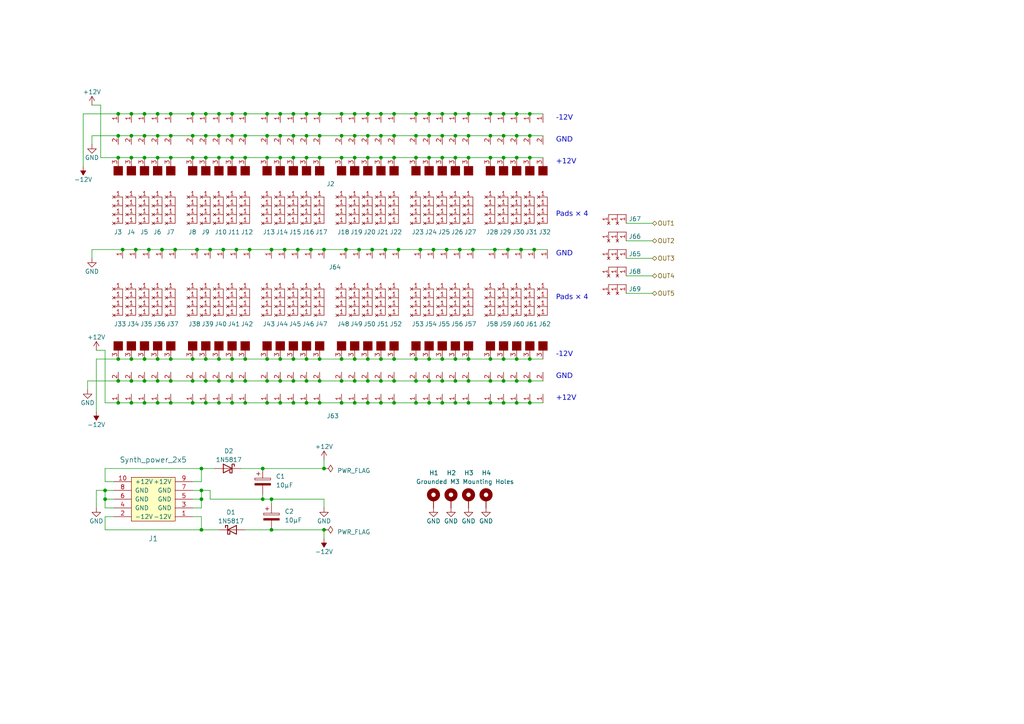
<source format=kicad_sch>
(kicad_sch (version 20230121) (generator eeschema)
  (paper "A4")
  (junction (at 88.9 116.84))
  (junction (at 99.06 116.84))
  (junction (at 107.95 72.39))
  (junction (at 149.86 33.02))
  (junction (at 45.72 45.72))
  (junction (at 60.96 72.39))
  (junction (at 41.91 104.14))
  (junction (at 110.49 110.49))
  (junction (at 92.71 45.72))
  (junction (at 81.28 39.37))
  (junction (at 63.5 110.49))
  (junction (at 41.91 45.72))
  (junction (at 71.12 116.84))
  (junction (at 102.87 39.37))
  (junction (at 146.05 39.37))
  (junction (at 129.54 72.39))
  (junction (at 124.46 45.72))
  (junction (at 106.68 116.84))
  (junction (at 39.37 72.39))
  (junction (at 78.74 153.67))
  (junction (at 85.09 39.37))
  (junction (at 67.31 110.49))
  (junction (at 110.49 45.72))
  (junction (at 63.5 116.84))
  (junction (at 59.69 110.49))
  (junction (at 92.71 39.37))
  (junction (at 100.33 72.39))
  (junction (at 50.8 72.39))
  (junction (at 43.18 72.39))
  (junction (at 102.87 116.84))
  (junction (at 41.91 110.49))
  (junction (at 110.49 116.84))
  (junction (at 102.87 104.14))
  (junction (at 146.05 116.84))
  (junction (at 151.13 72.39))
  (junction (at 149.86 39.37))
  (junction (at 76.2 135.89))
  (junction (at 45.72 33.02))
  (junction (at 124.46 104.14))
  (junction (at 90.17 72.39))
  (junction (at 149.86 104.14))
  (junction (at 132.08 33.02))
  (junction (at 55.88 104.14))
  (junction (at 58.42 135.89))
  (junction (at 92.71 33.02))
  (junction (at 106.68 110.49))
  (junction (at 59.69 104.14))
  (junction (at 58.42 142.24))
  (junction (at 88.9 45.72))
  (junction (at 38.1 33.02))
  (junction (at 45.72 110.49))
  (junction (at 128.27 45.72))
  (junction (at 128.27 33.02))
  (junction (at 142.24 39.37))
  (junction (at 104.14 72.39))
  (junction (at 59.69 45.72))
  (junction (at 99.06 110.49))
  (junction (at 88.9 110.49))
  (junction (at 120.65 116.84))
  (junction (at 132.08 45.72))
  (junction (at 92.71 116.84))
  (junction (at 124.46 110.49))
  (junction (at 135.89 104.14))
  (junction (at 63.5 45.72))
  (junction (at 88.9 33.02))
  (junction (at 57.15 72.39))
  (junction (at 110.49 33.02))
  (junction (at 153.67 33.02))
  (junction (at 46.99 72.39))
  (junction (at 30.48 144.78))
  (junction (at 99.06 104.14))
  (junction (at 55.88 39.37))
  (junction (at 106.68 33.02))
  (junction (at 102.87 45.72))
  (junction (at 149.86 116.84))
  (junction (at 71.12 110.49))
  (junction (at 120.65 39.37))
  (junction (at 77.47 39.37))
  (junction (at 106.68 45.72))
  (junction (at 38.1 104.14))
  (junction (at 135.89 45.72))
  (junction (at 76.2 144.78))
  (junction (at 146.05 110.49))
  (junction (at 135.89 33.02))
  (junction (at 34.29 104.14))
  (junction (at 38.1 39.37))
  (junction (at 102.87 110.49))
  (junction (at 153.67 110.49))
  (junction (at 146.05 33.02))
  (junction (at 45.72 39.37))
  (junction (at 63.5 39.37))
  (junction (at 55.88 45.72))
  (junction (at 153.67 116.84))
  (junction (at 153.67 39.37))
  (junction (at 120.65 110.49))
  (junction (at 81.28 33.02))
  (junction (at 121.92 72.39))
  (junction (at 77.47 45.72))
  (junction (at 77.47 104.14))
  (junction (at 106.68 39.37))
  (junction (at 114.3 104.14))
  (junction (at 92.71 110.49))
  (junction (at 55.88 33.02))
  (junction (at 85.09 45.72))
  (junction (at 55.88 116.84))
  (junction (at 64.77 72.39))
  (junction (at 67.31 116.84))
  (junction (at 30.48 142.24))
  (junction (at 78.74 72.39))
  (junction (at 63.5 104.14))
  (junction (at 49.53 45.72))
  (junction (at 49.53 33.02))
  (junction (at 128.27 39.37))
  (junction (at 85.09 110.49))
  (junction (at 99.06 33.02))
  (junction (at 93.98 72.39))
  (junction (at 85.09 104.14))
  (junction (at 38.1 45.72))
  (junction (at 34.29 39.37))
  (junction (at 49.53 110.49))
  (junction (at 86.36 72.39))
  (junction (at 135.89 110.49))
  (junction (at 58.42 153.67))
  (junction (at 45.72 104.14))
  (junction (at 124.46 116.84))
  (junction (at 146.05 45.72))
  (junction (at 132.08 39.37))
  (junction (at 146.05 104.14))
  (junction (at 81.28 45.72))
  (junction (at 110.49 104.14))
  (junction (at 102.87 33.02))
  (junction (at 93.98 135.89))
  (junction (at 153.67 104.14))
  (junction (at 111.76 72.39))
  (junction (at 34.29 33.02))
  (junction (at 132.08 110.49))
  (junction (at 128.27 110.49))
  (junction (at 34.29 116.84))
  (junction (at 77.47 33.02))
  (junction (at 99.06 39.37))
  (junction (at 99.06 45.72))
  (junction (at 71.12 104.14))
  (junction (at 128.27 116.84))
  (junction (at 124.46 39.37))
  (junction (at 34.29 45.72))
  (junction (at 41.91 116.84))
  (junction (at 135.89 116.84))
  (junction (at 132.08 104.14))
  (junction (at 41.91 33.02))
  (junction (at 67.31 45.72))
  (junction (at 142.24 116.84))
  (junction (at 71.12 45.72))
  (junction (at 120.65 45.72))
  (junction (at 45.72 116.84))
  (junction (at 149.86 110.49))
  (junction (at 38.1 116.84))
  (junction (at 67.31 33.02))
  (junction (at 114.3 33.02))
  (junction (at 124.46 33.02))
  (junction (at 81.28 104.14))
  (junction (at 137.16 72.39))
  (junction (at 142.24 110.49))
  (junction (at 135.89 39.37))
  (junction (at 59.69 33.02))
  (junction (at 114.3 45.72))
  (junction (at 49.53 104.14))
  (junction (at 120.65 33.02))
  (junction (at 81.28 116.84))
  (junction (at 71.12 33.02))
  (junction (at 154.94 72.39))
  (junction (at 149.86 45.72))
  (junction (at 114.3 39.37))
  (junction (at 38.1 110.49))
  (junction (at 59.69 39.37))
  (junction (at 93.98 153.67))
  (junction (at 77.47 116.84))
  (junction (at 68.58 72.39))
  (junction (at 153.67 45.72))
  (junction (at 132.08 116.84))
  (junction (at 72.39 72.39))
  (junction (at 82.55 72.39))
  (junction (at 41.91 39.37))
  (junction (at 110.49 39.37))
  (junction (at 77.47 110.49))
  (junction (at 85.09 116.84))
  (junction (at 114.3 116.84))
  (junction (at 63.5 33.02))
  (junction (at 147.32 72.39))
  (junction (at 133.35 72.39))
  (junction (at 142.24 45.72))
  (junction (at 49.53 116.84))
  (junction (at 81.28 110.49))
  (junction (at 67.31 104.14))
  (junction (at 49.53 39.37))
  (junction (at 55.88 110.49))
  (junction (at 88.9 39.37))
  (junction (at 71.12 39.37))
  (junction (at 142.24 33.02))
  (junction (at 92.71 104.14))
  (junction (at 120.65 104.14))
  (junction (at 67.31 39.37))
  (junction (at 142.24 104.14))
  (junction (at 78.74 144.78))
  (junction (at 34.29 110.49))
  (junction (at 114.3 110.49))
  (junction (at 115.57 72.39))
  (junction (at 35.56 72.39))
  (junction (at 143.51 72.39))
  (junction (at 125.73 72.39))
  (junction (at 88.9 104.14))
  (junction (at 85.09 33.02))
  (junction (at 128.27 104.14))
  (junction (at 58.42 144.78))
  (junction (at 59.69 116.84))
  (junction (at 106.68 104.14))
  (wire (pts (xy 99.06 104.14) (xy 92.71 104.14)))
  (wire (pts (xy 124.46 45.72) (xy 128.27 45.72)))
  (wire (pts (xy 88.9 110.49) (xy 92.71 110.49)))
  (wire (pts (xy 55.88 110.49) (xy 59.69 110.49)))
  (wire (pts (xy 135.89 33.02) (xy 142.24 33.02)))
  (wire (pts (xy 63.5 110.49) (xy 67.31 110.49)))
  (wire (pts (xy 41.91 39.37) (xy 45.72 39.37)))
  (wire (pts (xy 69.85 135.89) (xy 76.2 135.89)))
  (wire (pts (xy 99.06 39.37) (xy 102.87 39.37)))
  (wire (pts (xy 77.47 104.14) (xy 71.12 104.14)))
  (wire (pts (xy 63.5 39.37) (xy 67.31 39.37)))
  (wire (pts (xy 38.1 39.37) (xy 41.91 39.37)))
  (wire (pts (xy 121.92 72.39) (xy 115.57 72.39)))
  (wire (pts (xy 181.61 85.09) (xy 189.23 85.09)))
  (wire (pts (xy 120.65 45.72) (xy 124.46 45.72)))
  (wire (pts (xy 135.89 116.84) (xy 132.08 116.84)))
  (wire (pts (xy 132.08 39.37) (xy 135.89 39.37)))
  (wire (pts (xy 50.8 72.39) (xy 46.99 72.39)))
  (wire (pts (xy 124.46 104.14) (xy 120.65 104.14)))
  (wire (pts (xy 106.68 33.02) (xy 110.49 33.02)))
  (wire (pts (xy 114.3 104.14) (xy 110.49 104.14)))
  (wire (pts (xy 128.27 45.72) (xy 132.08 45.72)))
  (wire (pts (xy 55.88 139.7) (xy 58.42 139.7)))
  (wire (pts (xy 110.49 110.49) (xy 114.3 110.49)))
  (wire (pts (xy 49.53 104.14) (xy 45.72 104.14)))
  (wire (pts (xy 149.86 110.49) (xy 153.67 110.49)))
  (wire (pts (xy 110.49 116.84) (xy 106.68 116.84)))
  (wire (pts (xy 77.47 116.84) (xy 71.12 116.84)))
  (wire (pts (xy 142.24 116.84) (xy 135.89 116.84)))
  (wire (pts (xy 120.65 110.49) (xy 124.46 110.49)))
  (wire (pts (xy 146.05 33.02) (xy 149.86 33.02)))
  (wire (pts (xy 33.02 149.86) (xy 30.48 149.86)))
  (wire (pts (xy 132.08 104.14) (xy 128.27 104.14)))
  (wire (pts (xy 93.98 135.89) (xy 76.2 135.89)))
  (wire (pts (xy 92.71 110.49) (xy 99.06 110.49)))
  (wire (pts (xy 81.28 39.37) (xy 85.09 39.37)))
  (wire (pts (xy 85.09 45.72) (xy 88.9 45.72)))
  (wire (pts (xy 45.72 39.37) (xy 49.53 39.37)))
  (wire (pts (xy 88.9 45.72) (xy 92.71 45.72)))
  (wire (pts (xy 153.67 104.14) (xy 149.86 104.14)))
  (wire (pts (xy 59.69 104.14) (xy 55.88 104.14)))
  (wire (pts (xy 24.13 48.26) (xy 24.13 33.02)))
  (wire (pts (xy 30.48 144.78) (xy 33.02 144.78)))
  (wire (pts (xy 158.75 72.39) (xy 154.94 72.39)))
  (wire (pts (xy 86.36 72.39) (xy 82.55 72.39)))
  (wire (pts (xy 71.12 116.84) (xy 67.31 116.84)))
  (wire (pts (xy 81.28 45.72) (xy 85.09 45.72)))
  (wire (pts (xy 45.72 110.49) (xy 49.53 110.49)))
  (wire (pts (xy 135.89 39.37) (xy 142.24 39.37)))
  (wire (pts (xy 92.71 33.02) (xy 99.06 33.02)))
  (wire (pts (xy 71.12 153.67) (xy 78.74 153.67)))
  (wire (pts (xy 114.3 33.02) (xy 120.65 33.02)))
  (wire (pts (xy 67.31 33.02) (xy 71.12 33.02)))
  (wire (pts (xy 46.99 72.39) (xy 43.18 72.39)))
  (wire (pts (xy 55.88 116.84) (xy 49.53 116.84)))
  (wire (pts (xy 34.29 110.49) (xy 38.1 110.49)))
  (wire (pts (xy 71.12 33.02) (xy 77.47 33.02)))
  (wire (pts (xy 102.87 116.84) (xy 99.06 116.84)))
  (wire (pts (xy 59.69 39.37) (xy 63.5 39.37)))
  (wire (pts (xy 34.29 104.14) (xy 38.1 104.14)))
  (wire (pts (xy 30.48 149.86) (xy 30.48 153.67)))
  (wire (pts (xy 30.48 144.78) (xy 30.48 147.32)))
  (wire (pts (xy 25.4 113.03) (xy 25.4 110.49)))
  (wire (pts (xy 41.91 45.72) (xy 45.72 45.72)))
  (wire (pts (xy 142.24 33.02) (xy 146.05 33.02)))
  (wire (pts (xy 67.31 116.84) (xy 63.5 116.84)))
  (wire (pts (xy 78.74 144.78) (xy 93.98 144.78)))
  (wire (pts (xy 71.12 104.14) (xy 67.31 104.14)))
  (wire (pts (xy 146.05 39.37) (xy 149.86 39.37)))
  (wire (pts (xy 60.96 144.78) (xy 76.2 144.78)))
  (wire (pts (xy 63.5 33.02) (xy 67.31 33.02)))
  (wire (pts (xy 149.86 104.14) (xy 146.05 104.14)))
  (wire (pts (xy 99.06 110.49) (xy 102.87 110.49)))
  (wire (pts (xy 30.48 139.7) (xy 30.48 135.89)))
  (wire (pts (xy 93.98 156.21) (xy 93.98 153.67)))
  (wire (pts (xy 68.58 72.39) (xy 64.77 72.39)))
  (wire (pts (xy 81.28 110.49) (xy 85.09 110.49)))
  (wire (pts (xy 55.88 33.02) (xy 59.69 33.02)))
  (wire (pts (xy 114.3 45.72) (xy 120.65 45.72)))
  (wire (pts (xy 132.08 33.02) (xy 135.89 33.02)))
  (wire (pts (xy 102.87 39.37) (xy 106.68 39.37)))
  (wire (pts (xy 128.27 33.02) (xy 132.08 33.02)))
  (wire (pts (xy 102.87 104.14) (xy 99.06 104.14)))
  (wire (pts (xy 41.91 116.84) (xy 38.1 116.84)))
  (wire (pts (xy 153.67 39.37) (xy 157.48 39.37)))
  (wire (pts (xy 102.87 45.72) (xy 106.68 45.72)))
  (wire (pts (xy 58.42 135.89) (xy 58.42 139.7)))
  (wire (pts (xy 67.31 104.14) (xy 63.5 104.14)))
  (wire (pts (xy 110.49 104.14) (xy 106.68 104.14)))
  (wire (pts (xy 93.98 133.35) (xy 93.98 135.89)))
  (wire (pts (xy 142.24 45.72) (xy 146.05 45.72)))
  (wire (pts (xy 59.69 110.49) (xy 63.5 110.49)))
  (wire (pts (xy 26.67 41.91) (xy 26.67 39.37)))
  (wire (pts (xy 181.61 69.85) (xy 189.23 69.85)))
  (wire (pts (xy 154.94 72.39) (xy 151.13 72.39)))
  (wire (pts (xy 88.9 33.02) (xy 92.71 33.02)))
  (wire (pts (xy 114.3 116.84) (xy 110.49 116.84)))
  (wire (pts (xy 24.13 33.02) (xy 34.29 33.02)))
  (wire (pts (xy 92.71 45.72) (xy 99.06 45.72)))
  (wire (pts (xy 135.89 110.49) (xy 142.24 110.49)))
  (wire (pts (xy 59.69 116.84) (xy 55.88 116.84)))
  (wire (pts (xy 111.76 72.39) (xy 107.95 72.39)))
  (wire (pts (xy 100.33 72.39) (xy 93.98 72.39)))
  (wire (pts (xy 149.86 33.02) (xy 153.67 33.02)))
  (wire (pts (xy 30.48 135.89) (xy 58.42 135.89)))
  (wire (pts (xy 58.42 153.67) (xy 58.42 149.86)))
  (wire (pts (xy 124.46 116.84) (xy 120.65 116.84)))
  (wire (pts (xy 99.06 116.84) (xy 92.71 116.84)))
  (wire (pts (xy 120.65 116.84) (xy 114.3 116.84)))
  (wire (pts (xy 115.57 72.39) (xy 111.76 72.39)))
  (wire (pts (xy 120.65 39.37) (xy 124.46 39.37)))
  (wire (pts (xy 88.9 116.84) (xy 85.09 116.84)))
  (wire (pts (xy 34.29 33.02) (xy 38.1 33.02)))
  (wire (pts (xy 78.74 72.39) (xy 72.39 72.39)))
  (wire (pts (xy 106.68 104.14) (xy 102.87 104.14)))
  (wire (pts (xy 26.67 72.39) (xy 26.67 74.93)))
  (wire (pts (xy 106.68 39.37) (xy 110.49 39.37)))
  (wire (pts (xy 67.31 110.49) (xy 71.12 110.49)))
  (wire (pts (xy 67.31 45.72) (xy 71.12 45.72)))
  (wire (pts (xy 85.09 110.49) (xy 88.9 110.49)))
  (wire (pts (xy 110.49 33.02) (xy 114.3 33.02)))
  (wire (pts (xy 114.3 110.49) (xy 120.65 110.49)))
  (wire (pts (xy 77.47 33.02) (xy 81.28 33.02)))
  (wire (pts (xy 76.2 144.78) (xy 78.74 144.78)))
  (wire (pts (xy 82.55 72.39) (xy 78.74 72.39)))
  (wire (pts (xy 49.53 116.84) (xy 45.72 116.84)))
  (wire (pts (xy 43.18 72.39) (xy 39.37 72.39)))
  (wire (pts (xy 55.88 104.14) (xy 49.53 104.14)))
  (wire (pts (xy 55.88 45.72) (xy 59.69 45.72)))
  (wire (pts (xy 30.48 116.84) (xy 34.29 116.84)))
  (wire (pts (xy 88.9 39.37) (xy 92.71 39.37)))
  (wire (pts (xy 92.71 104.14) (xy 88.9 104.14)))
  (wire (pts (xy 60.96 72.39) (xy 57.15 72.39)))
  (wire (pts (xy 146.05 45.72) (xy 149.86 45.72)))
  (wire (pts (xy 128.27 104.14) (xy 124.46 104.14)))
  (wire (pts (xy 129.54 72.39) (xy 125.73 72.39)))
  (wire (pts (xy 120.65 33.02) (xy 124.46 33.02)))
  (wire (pts (xy 153.67 110.49) (xy 157.48 110.49)))
  (wire (pts (xy 81.28 33.02) (xy 85.09 33.02)))
  (wire (pts (xy 78.74 153.67) (xy 93.98 153.67)))
  (wire (pts (xy 124.46 110.49) (xy 128.27 110.49)))
  (wire (pts (xy 106.68 110.49) (xy 110.49 110.49)))
  (wire (pts (xy 34.29 45.72) (xy 38.1 45.72)))
  (wire (pts (xy 85.09 39.37) (xy 88.9 39.37)))
  (wire (pts (xy 63.5 104.14) (xy 59.69 104.14)))
  (wire (pts (xy 110.49 45.72) (xy 114.3 45.72)))
  (wire (pts (xy 26.67 39.37) (xy 34.29 39.37)))
  (wire (pts (xy 153.67 45.72) (xy 157.48 45.72)))
  (wire (pts (xy 63.5 45.72) (xy 67.31 45.72)))
  (wire (pts (xy 146.05 110.49) (xy 149.86 110.49)))
  (wire (pts (xy 147.32 72.39) (xy 143.51 72.39)))
  (wire (pts (xy 78.74 146.05) (xy 78.74 144.78)))
  (wire (pts (xy 128.27 116.84) (xy 124.46 116.84)))
  (wire (pts (xy 55.88 149.86) (xy 58.42 149.86)))
  (wire (pts (xy 35.56 72.39) (xy 26.67 72.39)))
  (wire (pts (xy 124.46 33.02) (xy 128.27 33.02)))
  (wire (pts (xy 128.27 39.37) (xy 132.08 39.37)))
  (wire (pts (xy 59.69 45.72) (xy 63.5 45.72)))
  (wire (pts (xy 30.48 142.24) (xy 30.48 144.78)))
  (wire (pts (xy 25.4 110.49) (xy 34.29 110.49)))
  (wire (pts (xy 58.42 135.89) (xy 62.23 135.89)))
  (wire (pts (xy 157.48 104.14) (xy 153.67 104.14)))
  (wire (pts (xy 142.24 39.37) (xy 146.05 39.37)))
  (wire (pts (xy 142.24 110.49) (xy 146.05 110.49)))
  (wire (pts (xy 81.28 104.14) (xy 77.47 104.14)))
  (wire (pts (xy 92.71 39.37) (xy 99.06 39.37)))
  (wire (pts (xy 45.72 104.14) (xy 41.91 104.14)))
  (wire (pts (xy 29.21 30.48) (xy 29.21 45.72)))
  (wire (pts (xy 106.68 116.84) (xy 102.87 116.84)))
  (wire (pts (xy 67.31 39.37) (xy 71.12 39.37)))
  (wire (pts (xy 110.49 39.37) (xy 114.3 39.37)))
  (wire (pts (xy 64.77 72.39) (xy 60.96 72.39)))
  (wire (pts (xy 33.02 139.7) (xy 30.48 139.7)))
  (wire (pts (xy 77.47 110.49) (xy 81.28 110.49)))
  (wire (pts (xy 41.91 33.02) (xy 45.72 33.02)))
  (wire (pts (xy 71.12 110.49) (xy 77.47 110.49)))
  (wire (pts (xy 27.94 142.24) (xy 30.48 142.24)))
  (wire (pts (xy 181.61 80.01) (xy 189.23 80.01)))
  (wire (pts (xy 59.69 33.02) (xy 63.5 33.02)))
  (wire (pts (xy 27.94 104.14) (xy 34.29 104.14)))
  (wire (pts (xy 133.35 72.39) (xy 129.54 72.39)))
  (wire (pts (xy 93.98 72.39) (xy 90.17 72.39)))
  (wire (pts (xy 55.88 144.78) (xy 58.42 144.78)))
  (wire (pts (xy 77.47 45.72) (xy 81.28 45.72)))
  (wire (pts (xy 102.87 33.02) (xy 106.68 33.02)))
  (wire (pts (xy 120.65 104.14) (xy 114.3 104.14)))
  (wire (pts (xy 114.3 39.37) (xy 120.65 39.37)))
  (wire (pts (xy 71.12 39.37) (xy 77.47 39.37)))
  (wire (pts (xy 93.98 144.78) (xy 93.98 147.32)))
  (wire (pts (xy 38.1 110.49) (xy 41.91 110.49)))
  (wire (pts (xy 153.67 33.02) (xy 157.48 33.02)))
  (wire (pts (xy 85.09 33.02) (xy 88.9 33.02)))
  (wire (pts (xy 27.94 101.6) (xy 30.48 101.6)))
  (wire (pts (xy 106.68 45.72) (xy 110.49 45.72)))
  (wire (pts (xy 132.08 45.72) (xy 135.89 45.72)))
  (wire (pts (xy 27.94 142.24) (xy 27.94 147.32)))
  (wire (pts (xy 49.53 45.72) (xy 55.88 45.72)))
  (wire (pts (xy 30.48 142.24) (xy 33.02 142.24)))
  (wire (pts (xy 55.88 39.37) (xy 59.69 39.37)))
  (wire (pts (xy 143.51 72.39) (xy 137.16 72.39)))
  (wire (pts (xy 60.96 144.78) (xy 60.96 142.24)))
  (wire (pts (xy 77.47 39.37) (xy 81.28 39.37)))
  (wire (pts (xy 157.48 116.84) (xy 153.67 116.84)))
  (wire (pts (xy 26.67 30.48) (xy 29.21 30.48)))
  (wire (pts (xy 49.53 33.02) (xy 55.88 33.02)))
  (wire (pts (xy 181.61 64.77) (xy 189.23 64.77)))
  (wire (pts (xy 39.37 72.39) (xy 35.56 72.39)))
  (wire (pts (xy 132.08 110.49) (xy 135.89 110.49)))
  (wire (pts (xy 81.28 116.84) (xy 77.47 116.84)))
  (wire (pts (xy 149.86 116.84) (xy 146.05 116.84)))
  (wire (pts (xy 30.48 153.67) (xy 58.42 153.67)))
  (wire (pts (xy 60.96 142.24) (xy 58.42 142.24)))
  (wire (pts (xy 85.09 116.84) (xy 81.28 116.84)))
  (wire (pts (xy 29.21 45.72) (xy 34.29 45.72)))
  (wire (pts (xy 27.94 119.38) (xy 27.94 104.14)))
  (wire (pts (xy 135.89 104.14) (xy 132.08 104.14)))
  (wire (pts (xy 151.13 72.39) (xy 147.32 72.39)))
  (wire (pts (xy 38.1 45.72) (xy 41.91 45.72)))
  (wire (pts (xy 41.91 104.14) (xy 38.1 104.14)))
  (wire (pts (xy 124.46 39.37) (xy 128.27 39.37)))
  (wire (pts (xy 49.53 110.49) (xy 55.88 110.49)))
  (wire (pts (xy 135.89 45.72) (xy 142.24 45.72)))
  (wire (pts (xy 149.86 45.72) (xy 153.67 45.72)))
  (wire (pts (xy 104.14 72.39) (xy 100.33 72.39)))
  (wire (pts (xy 30.48 147.32) (xy 33.02 147.32)))
  (wire (pts (xy 58.42 144.78) (xy 58.42 147.32)))
  (wire (pts (xy 58.42 153.67) (xy 63.5 153.67)))
  (wire (pts (xy 57.15 72.39) (xy 50.8 72.39)))
  (wire (pts (xy 146.05 116.84) (xy 142.24 116.84)))
  (wire (pts (xy 72.39 72.39) (xy 68.58 72.39)))
  (wire (pts (xy 137.16 72.39) (xy 133.35 72.39)))
  (wire (pts (xy 38.1 33.02) (xy 41.91 33.02)))
  (wire (pts (xy 45.72 45.72) (xy 49.53 45.72)))
  (wire (pts (xy 128.27 110.49) (xy 132.08 110.49)))
  (wire (pts (xy 45.72 33.02) (xy 49.53 33.02)))
  (wire (pts (xy 55.88 147.32) (xy 58.42 147.32)))
  (wire (pts (xy 142.24 104.14) (xy 135.89 104.14)))
  (wire (pts (xy 99.06 45.72) (xy 102.87 45.72)))
  (wire (pts (xy 41.91 110.49) (xy 45.72 110.49)))
  (wire (pts (xy 149.86 39.37) (xy 153.67 39.37)))
  (wire (pts (xy 30.48 101.6) (xy 30.48 116.84)))
  (wire (pts (xy 55.88 142.24) (xy 58.42 142.24)))
  (wire (pts (xy 71.12 45.72) (xy 77.47 45.72)))
  (wire (pts (xy 146.05 104.14) (xy 142.24 104.14)))
  (wire (pts (xy 90.17 72.39) (xy 86.36 72.39)))
  (wire (pts (xy 38.1 116.84) (xy 34.29 116.84)))
  (wire (pts (xy 132.08 116.84) (xy 128.27 116.84)))
  (wire (pts (xy 181.61 74.93) (xy 189.23 74.93)))
  (wire (pts (xy 88.9 104.14) (xy 85.09 104.14)))
  (wire (pts (xy 125.73 72.39) (xy 121.92 72.39)))
  (wire (pts (xy 107.95 72.39) (xy 104.14 72.39)))
  (wire (pts (xy 153.67 116.84) (xy 149.86 116.84)))
  (wire (pts (xy 99.06 33.02) (xy 102.87 33.02)))
  (wire (pts (xy 76.2 143.51) (xy 76.2 144.78)))
  (wire (pts (xy 92.71 116.84) (xy 88.9 116.84)))
  (wire (pts (xy 49.53 39.37) (xy 55.88 39.37)))
  (wire (pts (xy 63.5 116.84) (xy 59.69 116.84)))
  (wire (pts (xy 58.42 142.24) (xy 58.42 144.78)))
  (wire (pts (xy 45.72 116.84) (xy 41.91 116.84)))
  (wire (pts (xy 34.29 39.37) (xy 38.1 39.37)))
  (wire (pts (xy 102.87 110.49) (xy 106.68 110.49)))
  (wire (pts (xy 85.09 104.14) (xy 81.28 104.14)))
  (text "Pads × 4" (at 161.29 63.5 0) (effects (font (size 1.5 1.5)) (justify left bottom)))
  (text "-12V" (at 161.29 35.56 0) (effects (font (size 1.5 1.5)) (justify left bottom)))
  (text "GND" (at 161.29 110.49 0) (effects (font (size 1.5 1.5)) (justify left bottom)))
  (text "+12V" (at 161.29 116.84 0) (effects (font (size 1.5 1.5)) (justify left bottom)))
  (text "+12V" (at 161.29 48.26 0) (effects (font (size 1.5 1.5)) (justify left bottom)))
  (text "GND" (at 161.29 74.93 0) (effects (font (size 1.5 1.5)) (justify left bottom)))
  (text "GND" (at 161.29 41.91 0) (effects (font (size 1.5 1.5)) (justify left bottom)))
  (text "-12V" (at 161.29 104.14 0) (effects (font (size 1.5 1.5)) (justify left bottom)))
  (text "Pads × 4" (at 161.29 87.63 0) (effects (font (size 1.5 1.5)) (justify left bottom)))
  (hierarchical_label "OUT1" (shape bidirectional) (at 189.23 64.77 0))
  (hierarchical_label "OUT3" (shape bidirectional) (at 189.23 74.93 0))
  (hierarchical_label "OUT2" (shape bidirectional) (at 189.23 69.85 0))
  (hierarchical_label "OUT5" (shape bidirectional) (at 189.23 85.09 0))
  (hierarchical_label "OUT4" (shape bidirectional) (at 189.23 80.01 0))
  (symbol (lib_id "Synth-Protoboard:Connectable_Pad_Group_01x04") (at 132.08 55.88 0) (unit 1) (in_bom no)
    (property "Reference" "J26" (at 130.81 67.31 0) (effects (justify left)))
    (property "Value" "Connectable_Pad_Group_01x04" (effects hide))
    (property "Footprint" "Synth-Protoboard:Connectable_Pad_Group_01x04" (effects hide))
    (instances (project "Synth-Protoboard" (path "" (reference "J26") (unit 1)) (path "" (reference "J51") (unit 1)) (path "" (reference "J120") (unit 1))))
  )
  (symbol (lib_id "Synth-Protoboard:Connectable_Pad_Group_01x04") (at 102.87 55.88 0) (unit 1) (in_bom no)
    (property "Reference" "J19" (at 101.6 67.31 0) (effects (justify left)))
    (property "Value" "Connectable_Pad_Group_01x04" (effects hide))
    (property "Footprint" "Synth-Protoboard:Connectable_Pad_Group_01x04" (effects hide))
    (instances (project "Synth-Protoboard" (path "" (reference "J19") (unit 1)) (path "" (reference "J37") (unit 1)) (path "" (reference "J106") (unit 1))))
  )
  (symbol (lib_id "Synth-Protoboard:Connectable_Pad_Group_01x04") (at 157.48 55.88 0) (unit 1) (in_bom no)
    (property "Reference" "J32" (at 156.21 67.31 0) (effects (justify left)))
    (property "Value" "Connectable_Pad_Group_01x04" (effects hide))
    (property "Footprint" "Synth-Protoboard:Connectable_Pad_Group_01x04" (effects hide))
    (instances (project "Synth-Protoboard" (path "" (reference "J32") (unit 1)) (path "" (reference "J63") (unit 1)) (path "" (reference "J132") (unit 1))))
  )
  (symbol (lib_id "Device:C_Polarized") (at 76.2 139.7 0) (unit 1)
    (property "Reference" "C1" (at 80.01 138.176 0) (effects (justify left)))
    (property "Value" "10µF" (at 80.01 140.716 0) (effects (justify left)))
    (property "Footprint" "AriaSalvatrice:CP_Radial_D6.3mm_P2.50mm" (effects hide))
    (instances (project "Synth-Protoboard" (path "" (reference "C1") (unit 1)) (path "" (reference "C1") (unit 1)) (path "" (reference "C3") (unit 1))))
  )
  (symbol (lib_id "Synth-Protoboard:Connectable_Pad_Group_01x04") (at 34.29 55.88 0) (unit 1) (in_bom no)
    (property "Reference" "J3" (at 33.02 67.31 0) (effects (justify left)))
    (property "Value" "Connectable_Pad_Group_01x04" (effects hide))
    (property "Footprint" "Synth-Protoboard:Connectable_Pad_Group_01x04" (effects hide))
    (instances (project "Synth-Protoboard" (path "" (reference "J3") (unit 1)) (path "" (reference "J2") (unit 1)) (path "" (reference "J71") (unit 1))))
  )
  (symbol (lib_id "Mechanical:MountingHole_Pad") (at 125.73 144.78 0) (unit 1)
    (property "Reference" "H1" (at 124.46 137.16 0) (effects (justify left)))
    (property "Value" "Grounded M3 Mounting Holes" (at 120.65 139.7 0) (effects (justify left)))
    (property "Footprint" "MountingHole:MountingHole_3.2mm_M3_Pad_Via" (effects hide))
    (instances (project "Synth-Protoboard" (path "" (reference "H1") (unit 1)) (path "" (reference "H1") (unit 1)) (path "" (reference "H5") (unit 1))))
  )
  (symbol (lib_id "power:GND") (at 25.4 113.03 0) (unit 1)
    (property "Reference" "#PWR012" (effects hide))
    (property "Value" "GND" (at 25.4 116.84 0))
    (instances (project "Synth-Protoboard" (path "" (reference "#PWR012") (unit 1)) (path "" (reference "#PWR02") (unit 1)) (path "" (reference "#PWR017") (unit 1))))
  )
  (symbol (lib_id "power:+12V") (at 27.94 101.6 0) (unit 1)
    (property "Reference" "#PWR011" (effects hide))
    (property "Value" "+12V" (at 27.94 97.79 0))
    (instances (project "Synth-Protoboard" (path "" (reference "#PWR011") (unit 1)) (path "" (reference "#PWR06") (unit 1)) (path "" (reference "#PWR021") (unit 1))))
  )
  (symbol (lib_id "power:+12V") (at 93.98 133.35 0) (unit 1)
    (property "Reference" "#PWR03" (effects hide))
    (property "Value" "+12V" (at 93.98 129.54 0))
    (instances (project "Synth-Protoboard" (path "" (reference "#PWR03") (unit 1)) (path "" (reference "#PWR09") (unit 1)) (path "" (reference "#PWR024") (unit 1))))
  )
  (symbol (lib_id "Synth-Protoboard:Connectable_Pad_Group_01x04") (at 59.69 55.88 0) (unit 1) (in_bom no)
    (property "Reference" "J9" (at 58.42 67.31 0) (effects (justify left)))
    (property "Value" "Connectable_Pad_Group_01x04" (effects hide))
    (property "Footprint" "Synth-Protoboard:Connectable_Pad_Group_01x04" (effects hide))
    (instances (project "Synth-Protoboard" (path "" (reference "J9") (unit 1)) (path "" (reference "J17") (unit 1)) (path "" (reference "J86") (unit 1))))
  )
  (symbol (lib_id "Synth-Protoboard:Power_Rail_Bipolar_30") (at 34.29 31.75 0) (unit 1) (in_bom no)
    (property "Reference" "J2" (at 95.885 53.34 0))
    (property "Value" "Power_Rail_Bipolar_30" (effects hide))
    (property "Footprint" "Synth-Protoboard:Power_Rail_Bipolar_30" (effects hide))
    (instances (project "Synth-Protoboard" (path "" (reference "J2") (unit 1)) (path "" (reference "J1") (unit 1)) (path "" (reference "J70") (unit 1))))
  )
  (symbol (lib_id "Synth-Protoboard:Connectable_Pad_Group_01x04") (at 34.29 82.55 0) (unit 1) (in_bom no)
    (property "Reference" "J33" (at 33.02 93.98 0) (effects (justify left)))
    (property "Value" "Connectable_Pad_Group_01x04" (effects hide))
    (property "Footprint" "Synth-Protoboard:Connectable_Pad_Group_01x04" (effects hide))
    (instances (project "Synth-Protoboard" (path "" (reference "J33") (unit 1)) (path "" (reference "J3") (unit 1)) (path "" (reference "J72") (unit 1))))
  )
  (symbol (lib_id "power:GND") (at 125.73 147.32 0) (unit 1)
    (property "Reference" "#PWR05" (effects hide))
    (property "Value" "GND" (at 125.73 151.13 0))
    (instances (project "Synth-Protoboard" (path "" (reference "#PWR05") (unit 1)) (path "" (reference "#PWR012") (unit 1)) (path "" (reference "#PWR027") (unit 1))))
  )
  (symbol (lib_id "Device:C_Polarized") (at 78.74 149.86 0) (unit 1)
    (property "Reference" "C2" (at 82.55 148.336 0) (effects (justify left)))
    (property "Value" "10µF" (at 82.55 150.876 0) (effects (justify left)))
    (property "Footprint" "AriaSalvatrice:CP_Radial_D6.3mm_P2.50mm" (effects hide))
    (instances (project "Synth-Protoboard" (path "" (reference "C2") (unit 1)) (path "" (reference "C2") (unit 1)) (path "" (reference "C4") (unit 1))))
  )
  (symbol (lib_id "Synth-Protoboard:Connectable_Pad_Group_01x04") (at 128.27 55.88 0) (unit 1) (in_bom no)
    (property "Reference" "J25" (at 127 67.31 0) (effects (justify left)))
    (property "Value" "Connectable_Pad_Group_01x04" (effects hide))
    (property "Footprint" "Synth-Protoboard:Connectable_Pad_Group_01x04" (effects hide))
    (instances (project "Synth-Protoboard" (path "" (reference "J25") (unit 1)) (path "" (reference "J49") (unit 1)) (path "" (reference "J118") (unit 1))))
  )
  (symbol (lib_id "power:GND") (at 26.67 41.91 0) (unit 1)
    (property "Reference" "#PWR010" (effects hide))
    (property "Value" "GND" (at 26.67 45.72 0))
    (instances (project "Synth-Protoboard" (path "" (reference "#PWR010") (unit 1)) (path "" (reference "#PWR04") (unit 1)) (path "" (reference "#PWR019") (unit 1))))
  )
  (symbol (lib_id "Synth-Protoboard:Connectable_Pad_Group_01x04") (at 67.31 82.55 0) (unit 1) (in_bom no)
    (property "Reference" "J41" (at 66.04 93.98 0) (effects (justify left)))
    (property "Value" "Connectable_Pad_Group_01x04" (effects hide))
    (property "Footprint" "Synth-Protoboard:Connectable_Pad_Group_01x04" (effects hide))
    (instances (project "Synth-Protoboard" (path "" (reference "J41") (unit 1)) (path "" (reference "J22") (unit 1)) (path "" (reference "J91") (unit 1))))
  )
  (symbol (lib_id "Synth-Protoboard:Connectable_Pad_Group_01x03") (at 175.26 73.66 90) (unit 1) (in_bom no)
    (property "Reference" "J65" (at 184.15 73.66 90))
    (property "Value" "Connectable_Pad_Group_01x03" (effects hide))
    (property "Footprint" "Synth-Protoboard:Connectable_Pad_Group_01x03" (effects hide))
    (instances (project "Synth-Protoboard" (path "" (reference "J65") (unit 1)) (path "" (reference "J67") (unit 1)) (path "" (reference "J136") (unit 1))))
  )
  (symbol (lib_id "Synth-Protoboard:Connectable_Pad_Group_01x04") (at 45.72 82.55 0) (unit 1) (in_bom no)
    (property "Reference" "J36" (at 44.45 93.98 0) (effects (justify left)))
    (property "Value" "Connectable_Pad_Group_01x04" (effects hide))
    (property "Footprint" "Synth-Protoboard:Connectable_Pad_Group_01x04" (effects hide))
    (instances (project "Synth-Protoboard" (path "" (reference "J36") (unit 1)) (path "" (reference "J12") (unit 1)) (path "" (reference "J81") (unit 1))))
  )
  (symbol (lib_id "Synth-Protoboard:Connectable_Pad_Group_01x04") (at 114.3 55.88 0) (unit 1) (in_bom no)
    (property "Reference" "J22" (at 113.03 67.31 0) (effects (justify left)))
    (property "Value" "Connectable_Pad_Group_01x04" (effects hide))
    (property "Footprint" "Synth-Protoboard:Connectable_Pad_Group_01x04" (effects hide))
    (instances (project "Synth-Protoboard" (path "" (reference "J22") (unit 1)) (path "" (reference "J43") (unit 1)) (path "" (reference "J112") (unit 1))))
  )
  (symbol (lib_id "power:GND") (at 130.81 147.32 0) (unit 1)
    (property "Reference" "#PWR06" (effects hide))
    (property "Value" "GND" (at 130.81 151.13 0))
    (instances (project "Synth-Protoboard" (path "" (reference "#PWR06") (unit 1)) (path "" (reference "#PWR013") (unit 1)) (path "" (reference "#PWR028") (unit 1))))
  )
  (symbol (lib_id "Mechanical:MountingHole_Pad") (at 130.81 144.78 0) (unit 1)
    (property "Reference" "H2" (at 129.54 137.16 0) (effects (justify left)))
    (property "Value" "MountingHole_Pad" (effects hide))
    (property "Footprint" "MountingHole:MountingHole_3.2mm_M3_Pad_Via" (effects hide))
    (instances (project "Synth-Protoboard" (path "" (reference "H2") (unit 1)) (path "" (reference "H2") (unit 1)) (path "" (reference "H6") (unit 1))))
  )
  (symbol (lib_id "power:GND") (at 26.67 74.93 0) (unit 1)
    (property "Reference" "#PWR015" (effects hide))
    (property "Value" "GND" (at 26.67 78.74 0))
    (instances (project "Synth-Protoboard" (path "" (reference "#PWR015") (unit 1)) (path "" (reference "#PWR05") (unit 1)) (path "" (reference "#PWR020") (unit 1))))
  )
  (symbol (lib_id "Synth-Protoboard:Ground_Rail_30") (at 35.56 71.12 0) (unit 1) (in_bom no)
    (property "Reference" "J64" (at 97.155 77.47 0))
    (property "Value" "Ground_Rail_30" (effects hide))
    (property "Footprint" "Synth-Protoboard:Ground_Rail_Double_Size_30" (effects hide))
    (instances (project "Synth-Protoboard" (path "" (reference "J64") (unit 1)) (path "" (reference "J5") (unit 1)) (path "" (reference "J74") (unit 1))))
  )
  (symbol (lib_id "Synth-Protoboard:Connectable_Pad_Group_01x04") (at 124.46 55.88 0) (unit 1) (in_bom no)
    (property "Reference" "J24" (at 123.19 67.31 0) (effects (justify left)))
    (property "Value" "Connectable_Pad_Group_01x04" (effects hide))
    (property "Footprint" "Synth-Protoboard:Connectable_Pad_Group_01x04" (effects hide))
    (instances (project "Synth-Protoboard" (path "" (reference "J24") (unit 1)) (path "" (reference "J47") (unit 1)) (path "" (reference "J116") (unit 1))))
  )
  (symbol (lib_id "Synth-Protoboard:Connectable_Pad_Group_01x04") (at 85.09 55.88 0) (unit 1) (in_bom no)
    (property "Reference" "J15" (at 83.82 67.31 0) (effects (justify left)))
    (property "Value" "Connectable_Pad_Group_01x04" (effects hide))
    (property "Footprint" "Synth-Protoboard:Connectable_Pad_Group_01x04" (effects hide))
    (instances (project "Synth-Protoboard" (path "" (reference "J15") (unit 1)) (path "" (reference "J29") (unit 1)) (path "" (reference "J98") (unit 1))))
  )
  (symbol (lib_id "AO_symbols:Synth_power_2x5") (at 44.45 144.78 0) (unit 1)
    (property "Reference" "J1" (at 44.45 156.21 0) (effects (font (size 1.524 1.524))))
    (property "Value" "Synth_power_2x5" (at 44.45 133.35 0) (effects (font (size 1.524 1.524))))
    (property "Footprint" "AriaSalvatrice:Power_Header" (effects hide))
    (property "Vendor" "Tayda" (effects hide))
    (property "SKU" "A-2939" (effects hide))
    (instances (project "Synth-Protoboard" (path "" (reference "J1") (unit 1)) (path "" (reference "J10") (unit 1)) (path "" (reference "J79") (unit 1))))
  )
  (symbol (lib_id "Synth-Protoboard:Connectable_Pad_Group_01x04") (at 77.47 82.55 0) (unit 1) (in_bom no)
    (property "Reference" "J43" (at 76.2 93.98 0) (effects (justify left)))
    (property "Value" "Connectable_Pad_Group_01x04" (effects hide))
    (property "Footprint" "Synth-Protoboard:Connectable_Pad_Group_01x04" (effects hide))
    (instances (project "Synth-Protoboard" (path "" (reference "J43") (unit 1)) (path "" (reference "J26") (unit 1)) (path "" (reference "J95") (unit 1))))
  )
  (symbol (lib_id "Synth-Protoboard:Connectable_Pad_Group_01x04") (at 146.05 82.55 0) (unit 1) (in_bom no)
    (property "Reference" "J59" (at 144.78 93.98 0) (effects (justify left)))
    (property "Value" "Connectable_Pad_Group_01x04" (effects hide))
    (property "Footprint" "Synth-Protoboard:Connectable_Pad_Group_01x04" (effects hide))
    (instances (project "Synth-Protoboard" (path "" (reference "J59") (unit 1)) (path "" (reference "J58") (unit 1)) (path "" (reference "J127") (unit 1))))
  )
  (symbol (lib_id "Synth-Protoboard:Connectable_Pad_Group_01x04") (at 71.12 55.88 0) (unit 1) (in_bom no)
    (property "Reference" "J12" (at 69.85 67.31 0) (effects (justify left)))
    (property "Value" "Connectable_Pad_Group_01x04" (effects hide))
    (property "Footprint" "Synth-Protoboard:Connectable_Pad_Group_01x04" (effects hide))
    (instances (project "Synth-Protoboard" (path "" (reference "J12") (unit 1)) (path "" (reference "J23") (unit 1)) (path "" (reference "J92") (unit 1))))
  )
  (symbol (lib_id "Synth-Protoboard:Connectable_Pad_Group_01x04") (at 49.53 55.88 0) (unit 1) (in_bom no)
    (property "Reference" "J7" (at 48.26 67.31 0) (effects (justify left)))
    (property "Value" "Connectable_Pad_Group_01x04" (effects hide))
    (property "Footprint" "Synth-Protoboard:Connectable_Pad_Group_01x04" (effects hide))
    (instances (project "Synth-Protoboard" (path "" (reference "J7") (unit 1)) (path "" (reference "J13") (unit 1)) (path "" (reference "J82") (unit 1))))
  )
  (symbol (lib_id "Synth-Protoboard:Connectable_Pad_Group_01x04") (at 110.49 55.88 0) (unit 1) (in_bom no)
    (property "Reference" "J21" (at 109.22 67.31 0) (effects (justify left)))
    (property "Value" "Connectable_Pad_Group_01x04" (effects hide))
    (property "Footprint" "Synth-Protoboard:Connectable_Pad_Group_01x04" (effects hide))
    (instances (project "Synth-Protoboard" (path "" (reference "J21") (unit 1)) (path "" (reference "J41") (unit 1)) (path "" (reference "J110") (unit 1))))
  )
  (symbol (lib_id "Synth-Protoboard:Connectable_Pad_Group_01x04") (at 114.3 82.55 0) (unit 1) (in_bom no)
    (property "Reference" "J52" (at 113.03 93.98 0) (effects (justify left)))
    (property "Value" "Connectable_Pad_Group_01x04" (effects hide))
    (property "Footprint" "Synth-Protoboard:Connectable_Pad_Group_01x04" (effects hide))
    (instances (project "Synth-Protoboard" (path "" (reference "J52") (unit 1)) (path "" (reference "J44") (unit 1)) (path "" (reference "J113") (unit 1))))
  )
  (symbol (lib_id "Synth-Protoboard:Connectable_Pad_Group_01x04") (at 41.91 55.88 0) (unit 1) (in_bom no)
    (property "Reference" "J5" (at 40.64 67.31 0) (effects (justify left)))
    (property "Value" "Connectable_Pad_Group_01x04" (effects hide))
    (property "Footprint" "Synth-Protoboard:Connectable_Pad_Group_01x04" (effects hide))
    (instances (project "Synth-Protoboard" (path "" (reference "J5") (unit 1)) (path "" (reference "J8") (unit 1)) (path "" (reference "J77") (unit 1))))
  )
  (symbol (lib_id "Mechanical:MountingHole_Pad") (at 135.89 144.78 0) (unit 1)
    (property "Reference" "H3" (at 134.62 137.16 0) (effects (justify left)))
    (property "Value" "MountingHole_Pad" (effects hide))
    (property "Footprint" "MountingHole:MountingHole_3.2mm_M3_Pad_Via" (effects hide))
    (instances (project "Synth-Protoboard" (path "" (reference "H3") (unit 1)) (path "" (reference "H3") (unit 1)) (path "" (reference "H7") (unit 1))))
  )
  (symbol (lib_id "Synth-Protoboard:Connectable_Pad_Group_01x03") (at 175.26 78.74 90) (unit 1) (in_bom no)
    (property "Reference" "J68" (at 184.15 78.74 90))
    (property "Value" "Connectable_Pad_Group_01x03" (effects hide))
    (property "Footprint" "Synth-Protoboard:Connectable_Pad_Group_01x03" (effects hide))
    (instances (project "Synth-Protoboard" (path "" (reference "J68") (unit 1)) (path "" (reference "J68") (unit 1)) (path "" (reference "J137") (unit 1))))
  )
  (symbol (lib_id "Synth-Protoboard:Connectable_Pad_Group_01x04") (at 63.5 55.88 0) (unit 1) (in_bom no)
    (property "Reference" "J10" (at 62.23 67.31 0) (effects (justify left)))
    (property "Value" "Connectable_Pad_Group_01x04" (effects hide))
    (property "Footprint" "Synth-Protoboard:Connectable_Pad_Group_01x04" (effects hide))
    (instances (project "Synth-Protoboard" (path "" (reference "J10") (unit 1)) (path "" (reference "J19") (unit 1)) (path "" (reference "J88") (unit 1))))
  )
  (symbol (lib_id "Synth-Protoboard:Connectable_Pad_Group_01x04") (at 142.24 55.88 0) (unit 1) (in_bom no)
    (property "Reference" "J28" (at 140.97 67.31 0) (effects (justify left)))
    (property "Value" "Connectable_Pad_Group_01x04" (effects hide))
    (property "Footprint" "Synth-Protoboard:Connectable_Pad_Group_01x04" (effects hide))
    (instances (project "Synth-Protoboard" (path "" (reference "J28") (unit 1)) (path "" (reference "J55") (unit 1)) (path "" (reference "J124") (unit 1))))
  )
  (symbol (lib_id "Synth-Protoboard:Connectable_Pad_Group_01x03") (at 175.26 83.82 90) (unit 1) (in_bom no)
    (property "Reference" "J69" (at 184.15 83.82 90))
    (property "Value" "Connectable_Pad_Group_01x03" (effects hide))
    (property "Footprint" "Synth-Protoboard:Connectable_Pad_Group_01x03" (effects hide))
    (instances (project "Synth-Protoboard" (path "" (reference "J69") (unit 1)) (path "" (reference "J69") (unit 1)) (path "" (reference "J138") (unit 1))))
  )
  (symbol (lib_id "Synth-Protoboard:Connectable_Pad_Group_01x04") (at 85.09 82.55 0) (unit 1) (in_bom no)
    (property "Reference" "J45" (at 83.82 93.98 0) (effects (justify left)))
    (property "Value" "Connectable_Pad_Group_01x04" (effects hide))
    (property "Footprint" "Synth-Protoboard:Connectable_Pad_Group_01x04" (effects hide))
    (instances (project "Synth-Protoboard" (path "" (reference "J45") (unit 1)) (path "" (reference "J30") (unit 1)) (path "" (reference "J99") (unit 1))))
  )
  (symbol (lib_id "Synth-Protoboard:Connectable_Pad_Group_01x04") (at 120.65 82.55 0) (unit 1) (in_bom no)
    (property "Reference" "J53" (at 119.38 93.98 0) (effects (justify left)))
    (property "Value" "Connectable_Pad_Group_01x04" (effects hide))
    (property "Footprint" "Synth-Protoboard:Connectable_Pad_Group_01x04" (effects hide))
    (instances (project "Synth-Protoboard" (path "" (reference "J53") (unit 1)) (path "" (reference "J46") (unit 1)) (path "" (reference "J115") (unit 1))))
  )
  (symbol (lib_id "Synth-Protoboard:Connectable_Pad_Group_01x04") (at 81.28 82.55 0) (unit 1) (in_bom no)
    (property "Reference" "J44" (at 80.01 93.98 0) (effects (justify left)))
    (property "Value" "Connectable_Pad_Group_01x04" (effects hide))
    (property "Footprint" "Synth-Protoboard:Connectable_Pad_Group_01x04" (effects hide))
    (instances (project "Synth-Protoboard" (path "" (reference "J44") (unit 1)) (path "" (reference "J28") (unit 1)) (path "" (reference "J97") (unit 1))))
  )
  (symbol (lib_id "Synth-Protoboard:Connectable_Pad_Group_01x04") (at 59.69 82.55 0) (unit 1) (in_bom no)
    (property "Reference" "J39" (at 58.42 93.98 0) (effects (justify left)))
    (property "Value" "Connectable_Pad_Group_01x04" (effects hide))
    (property "Footprint" "Synth-Protoboard:Connectable_Pad_Group_01x04" (effects hide))
    (instances (project "Synth-Protoboard" (path "" (reference "J39") (unit 1)) (path "" (reference "J18") (unit 1)) (path "" (reference "J87") (unit 1))))
  )
  (symbol (lib_id "Synth-Protoboard:Connectable_Pad_Group_01x04") (at 92.71 55.88 0) (unit 1) (in_bom no)
    (property "Reference" "J17" (at 91.44 67.31 0) (effects (justify left)))
    (property "Value" "Connectable_Pad_Group_01x04" (effects hide))
    (property "Footprint" "Synth-Protoboard:Connectable_Pad_Group_01x04" (effects hide))
    (instances (project "Synth-Protoboard" (path "" (reference "J17") (unit 1)) (path "" (reference "J33") (unit 1)) (path "" (reference "J102") (unit 1))))
  )
  (symbol (lib_id "Synth-Protoboard:Connectable_Pad_Group_01x04") (at 146.05 55.88 0) (unit 1) (in_bom no)
    (property "Reference" "J29" (at 144.78 67.31 0) (effects (justify left)))
    (property "Value" "Connectable_Pad_Group_01x04" (effects hide))
    (property "Footprint" "Synth-Protoboard:Connectable_Pad_Group_01x04" (effects hide))
    (instances (project "Synth-Protoboard" (path "" (reference "J29") (unit 1)) (path "" (reference "J57") (unit 1)) (path "" (reference "J126") (unit 1))))
  )
  (symbol (lib_id "Synth-Protoboard:Connectable_Pad_Group_01x04") (at 88.9 82.55 0) (unit 1) (in_bom no)
    (property "Reference" "J46" (at 87.63 93.98 0) (effects (justify left)))
    (property "Value" "Connectable_Pad_Group_01x04" (effects hide))
    (property "Footprint" "Synth-Protoboard:Connectable_Pad_Group_01x04" (effects hide))
    (instances (project "Synth-Protoboard" (path "" (reference "J46") (unit 1)) (path "" (reference "J32") (unit 1)) (path "" (reference "J101") (unit 1))))
  )
  (symbol (lib_id "4ms_Power-symbol:PWR_FLAG") (at 93.98 153.67 270) (unit 1)
    (property "Reference" "#FLG03" (effects hide))
    (property "Value" "PWR_FLAG" (at 97.79 154.305 90) (effects (justify left)))
    (instances (project "Synth-Protoboard" (path "" (reference "#FLG03") (unit 1)) (path "" (reference "#FLG02") (unit 1)) (path "" (reference "#FLG04") (unit 1))))
  )
  (symbol (lib_id "Synth-Protoboard:Connectable_Pad_Group_01x04") (at 102.87 82.55 0) (unit 1) (in_bom no)
    (property "Reference" "J49" (at 101.6 93.98 0) (effects (justify left)))
    (property "Value" "Connectable_Pad_Group_01x04" (effects hide))
    (property "Footprint" "Synth-Protoboard:Connectable_Pad_Group_01x04" (effects hide))
    (instances (project "Synth-Protoboard" (path "" (reference "J49") (unit 1)) (path "" (reference "J38") (unit 1)) (path "" (reference "J107") (unit 1))))
  )
  (symbol (lib_id "AO_symbols:1N5817") (at 67.31 153.67 0) (unit 1)
    (property "Reference" "D1" (at 66.9925 148.59 0))
    (property "Value" "1N5817" (at 66.9925 151.13 0))
    (property "Footprint" "AriaSalvatrice:D_DO-41_SOD81_P10.16mm_Horizontal" (effects hide))
    (property "Vendor" "Tayda" (effects hide))
    (property "SKU" "A-159" (effects hide))
    (instances (project "Synth-Protoboard" (path "" (reference "D1") (unit 1)) (path "" (reference "D2") (unit 1)) (path "" (reference "D4") (unit 1))))
  )
  (symbol (lib_id "power:GND") (at 135.89 147.32 0) (unit 1)
    (property "Reference" "#PWR07" (effects hide))
    (property "Value" "GND" (at 135.89 151.13 0))
    (instances (project "Synth-Protoboard" (path "" (reference "#PWR07") (unit 1)) (path "" (reference "#PWR014") (unit 1)) (path "" (reference "#PWR029") (unit 1))))
  )
  (symbol (lib_id "Synth-Protoboard:Connectable_Pad_Group_01x04") (at 106.68 82.55 0) (unit 1) (in_bom no)
    (property "Reference" "J50" (at 105.41 93.98 0) (effects (justify left)))
    (property "Value" "Connectable_Pad_Group_01x04" (effects hide))
    (property "Footprint" "Synth-Protoboard:Connectable_Pad_Group_01x04" (effects hide))
    (instances (project "Synth-Protoboard" (path "" (reference "J50") (unit 1)) (path "" (reference "J40") (unit 1)) (path "" (reference "J109") (unit 1))))
  )
  (symbol (lib_id "Mechanical:MountingHole_Pad") (at 140.97 144.78 0) (unit 1)
    (property "Reference" "H4" (at 139.7 137.16 0) (effects (justify left)))
    (property "Value" "MountingHole_Pad" (effects hide))
    (property "Footprint" "MountingHole:MountingHole_3.2mm_M3_Pad_Via" (effects hide))
    (instances (project "Synth-Protoboard" (path "" (reference "H4") (unit 1)) (path "" (reference "H4") (unit 1)) (path "" (reference "H8") (unit 1))))
  )
  (symbol (lib_id "Synth-Protoboard:Connectable_Pad_Group_01x04") (at 110.49 82.55 0) (unit 1) (in_bom no)
    (property "Reference" "J51" (at 109.22 93.98 0) (effects (justify left)))
    (property "Value" "Connectable_Pad_Group_01x04" (effects hide))
    (property "Footprint" "Synth-Protoboard:Connectable_Pad_Group_01x04" (effects hide))
    (instances (project "Synth-Protoboard" (path "" (reference "J51") (unit 1)) (path "" (reference "J42") (unit 1)) (path "" (reference "J111") (unit 1))))
  )
  (symbol (lib_id "Synth-Protoboard:Connectable_Pad_Group_01x04") (at 71.12 82.55 0) (unit 1) (in_bom no)
    (property "Reference" "J42" (at 69.85 93.98 0) (effects (justify left)))
    (property "Value" "Connectable_Pad_Group_01x04" (effects hide))
    (property "Footprint" "Synth-Protoboard:Connectable_Pad_Group_01x04" (effects hide))
    (instances (project "Synth-Protoboard" (path "" (reference "J42") (unit 1)) (path "" (reference "J24") (unit 1)) (path "" (reference "J93") (unit 1))))
  )
  (symbol (lib_id "power:GND") (at 140.97 147.32 0) (unit 1)
    (property "Reference" "#PWR08" (effects hide))
    (property "Value" "GND" (at 140.97 151.13 0))
    (instances (project "Synth-Protoboard" (path "" (reference "#PWR08") (unit 1)) (path "" (reference "#PWR015") (unit 1)) (path "" (reference "#PWR030") (unit 1))))
  )
  (symbol (lib_id "Synth-Protoboard:Connectable_Pad_Group_01x04") (at 135.89 55.88 0) (unit 1) (in_bom no)
    (property "Reference" "J27" (at 134.62 67.31 0) (effects (justify left)))
    (property "Value" "Connectable_Pad_Group_01x04" (effects hide))
    (property "Footprint" "Synth-Protoboard:Connectable_Pad_Group_01x04" (effects hide))
    (instances (project "Synth-Protoboard" (path "" (reference "J27") (unit 1)) (path "" (reference "J53") (unit 1)) (path "" (reference "J122") (unit 1))))
  )
  (symbol (lib_id "Synth-Protoboard:Connectable_Pad_Group_01x04") (at 153.67 82.55 0) (unit 1) (in_bom no)
    (property "Reference" "J61" (at 152.4 93.98 0) (effects (justify left)))
    (property "Value" "Connectable_Pad_Group_01x04" (effects hide))
    (property "Footprint" "Synth-Protoboard:Connectable_Pad_Group_01x04" (effects hide))
    (instances (project "Synth-Protoboard" (path "" (reference "J61") (unit 1)) (path "" (reference "J62") (unit 1)) (path "" (reference "J131") (unit 1))))
  )
  (symbol (lib_id "Synth-Protoboard:Connectable_Pad_Group_01x04") (at 149.86 55.88 0) (unit 1) (in_bom no)
    (property "Reference" "J30" (at 148.59 67.31 0) (effects (justify left)))
    (property "Value" "Connectable_Pad_Group_01x04" (effects hide))
    (property "Footprint" "Synth-Protoboard:Connectable_Pad_Group_01x04" (effects hide))
    (instances (project "Synth-Protoboard" (path "" (reference "J30") (unit 1)) (path "" (reference "J59") (unit 1)) (path "" (reference "J128") (unit 1))))
  )
  (symbol (lib_id "Synth-Protoboard:Connectable_Pad_Group_01x04") (at 77.47 55.88 0) (unit 1) (in_bom no)
    (property "Reference" "J13" (at 76.2 67.31 0) (effects (justify left)))
    (property "Value" "Connectable_Pad_Group_01x04" (effects hide))
    (property "Footprint" "Synth-Protoboard:Connectable_Pad_Group_01x04" (effects hide))
    (instances (project "Synth-Protoboard" (path "" (reference "J13") (unit 1)) (path "" (reference "J25") (unit 1)) (path "" (reference "J94") (unit 1))))
  )
  (symbol (lib_id "power:GND") (at 93.98 147.32 0) (unit 1)
    (property "Reference" "#PWR014" (effects hide))
    (property "Value" "GND" (at 93.98 151.13 0))
    (instances (project "Synth-Protoboard" (path "" (reference "#PWR014") (unit 1)) (path "" (reference "#PWR010") (unit 1)) (path "" (reference "#PWR025") (unit 1))))
  )
  (symbol (lib_id "Synth-Protoboard:Connectable_Pad_Group_01x04") (at 157.48 82.55 0) (unit 1) (in_bom no)
    (property "Reference" "J62" (at 156.21 93.98 0) (effects (justify left)))
    (property "Value" "Connectable_Pad_Group_01x04" (effects hide))
    (property "Footprint" "Synth-Protoboard:Connectable_Pad_Group_01x04" (effects hide))
    (instances (project "Synth-Protoboard" (path "" (reference "J62") (unit 1)) (path "" (reference "J64") (unit 1)) (path "" (reference "J133") (unit 1))))
  )
  (symbol (lib_id "Synth-Protoboard:Connectable_Pad_Group_01x04") (at 124.46 82.55 0) (unit 1) (in_bom no)
    (property "Reference" "J54" (at 123.19 93.98 0) (effects (justify left)))
    (property "Value" "Connectable_Pad_Group_01x04" (effects hide))
    (property "Footprint" "Synth-Protoboard:Connectable_Pad_Group_01x04" (effects hide))
    (instances (project "Synth-Protoboard" (path "" (reference "J54") (unit 1)) (path "" (reference "J48") (unit 1)) (path "" (reference "J117") (unit 1))))
  )
  (symbol (lib_id "4ms_Power-symbol:PWR_FLAG") (at 93.98 135.89 270) (unit 1)
    (property "Reference" "#FLG01" (effects hide))
    (property "Value" "PWR_FLAG" (at 97.79 136.525 90) (effects (justify left)))
    (instances (project "Synth-Protoboard" (path "" (reference "#FLG01") (unit 1)) (path "" (reference "#FLG01") (unit 1)) (path "" (reference "#FLG03") (unit 1))))
  )
  (symbol (lib_id "power:GND") (at 27.94 147.32 0) (unit 1)
    (property "Reference" "#PWR01" (effects hide))
    (property "Value" "GND" (at 27.94 151.13 0))
    (instances (project "Synth-Protoboard" (path "" (reference "#PWR01") (unit 1)) (path "" (reference "#PWR08") (unit 1)) (path "" (reference "#PWR023") (unit 1))))
  )
  (symbol (lib_id "Synth-Protoboard:Connectable_Pad_Group_01x04") (at 99.06 82.55 0) (unit 1) (in_bom no)
    (property "Reference" "J48" (at 97.79 93.98 0) (effects (justify left)))
    (property "Value" "Connectable_Pad_Group_01x04" (effects hide))
    (property "Footprint" "Synth-Protoboard:Connectable_Pad_Group_01x04" (effects hide))
    (instances (project "Synth-Protoboard" (path "" (reference "J48") (unit 1)) (path "" (reference "J36") (unit 1)) (path "" (reference "J105") (unit 1))))
  )
  (symbol (lib_id "Synth-Protoboard:Connectable_Pad_Group_01x04") (at 128.27 82.55 0) (unit 1) (in_bom no)
    (property "Reference" "J55" (at 127 93.98 0) (effects (justify left)))
    (property "Value" "Connectable_Pad_Group_01x04" (effects hide))
    (property "Footprint" "Synth-Protoboard:Connectable_Pad_Group_01x04" (effects hide))
    (instances (project "Synth-Protoboard" (path "" (reference "J55") (unit 1)) (path "" (reference "J50") (unit 1)) (path "" (reference "J119") (unit 1))))
  )
  (symbol (lib_id "Synth-Protoboard:Connectable_Pad_Group_01x04") (at 149.86 82.55 0) (unit 1) (in_bom no)
    (property "Reference" "J60" (at 148.59 93.98 0) (effects (justify left)))
    (property "Value" "Connectable_Pad_Group_01x04" (effects hide))
    (property "Footprint" "Synth-Protoboard:Connectable_Pad_Group_01x04" (effects hide))
    (instances (project "Synth-Protoboard" (path "" (reference "J60") (unit 1)) (path "" (reference "J60") (unit 1)) (path "" (reference "J129") (unit 1))))
  )
  (symbol (lib_id "Synth-Protoboard:Power_Rail_Bipolar_30") (at 34.29 118.11 0) (mirror x) (unit 1) (in_bom no)
    (property "Reference" "J63" (at 96.52 120.65 0))
    (property "Value" "Power_Rail_Bipolar_30" (effects hide))
    (property "Footprint" "Synth-Protoboard:Power_Rail_Bipolar_30" (effects hide))
    (instances (project "Synth-Protoboard" (path "" (reference "J63") (unit 1)) (path "" (reference "J4") (unit 1)) (path "" (reference "J73") (unit 1))))
  )
  (symbol (lib_id "Synth-Protoboard:Connectable_Pad_Group_01x04") (at 45.72 55.88 0) (unit 1) (in_bom no)
    (property "Reference" "J6" (at 44.45 67.31 0) (effects (justify left)))
    (property "Value" "Connectable_Pad_Group_01x04" (effects hide))
    (property "Footprint" "Synth-Protoboard:Connectable_Pad_Group_01x04" (effects hide))
    (instances (project "Synth-Protoboard" (path "" (reference "J6") (unit 1)) (path "" (reference "J11") (unit 1)) (path "" (reference "J80") (unit 1))))
  )
  (symbol (lib_id "Synth-Protoboard:Connectable_Pad_Group_01x04") (at 92.71 82.55 0) (unit 1) (in_bom no)
    (property "Reference" "J47" (at 91.44 93.98 0) (effects (justify left)))
    (property "Value" "Connectable_Pad_Group_01x04" (effects hide))
    (property "Footprint" "Synth-Protoboard:Connectable_Pad_Group_01x04" (effects hide))
    (instances (project "Synth-Protoboard" (path "" (reference "J47") (unit 1)) (path "" (reference "J34") (unit 1)) (path "" (reference "J103") (unit 1))))
  )
  (symbol (lib_id "Synth-Protoboard:Connectable_Pad_Group_01x04") (at 132.08 82.55 0) (unit 1) (in_bom no)
    (property "Reference" "J56" (at 130.81 93.98 0) (effects (justify left)))
    (property "Value" "Connectable_Pad_Group_01x04" (effects hide))
    (property "Footprint" "Synth-Protoboard:Connectable_Pad_Group_01x04" (effects hide))
    (instances (project "Synth-Protoboard" (path "" (reference "J56") (unit 1)) (path "" (reference "J52") (unit 1)) (path "" (reference "J121") (unit 1))))
  )
  (symbol (lib_id "Synth-Protoboard:Connectable_Pad_Group_01x04") (at 142.24 82.55 0) (unit 1) (in_bom no)
    (property "Reference" "J58" (at 140.97 93.98 0) (effects (justify left)))
    (property "Value" "Connectable_Pad_Group_01x04" (effects hide))
    (property "Footprint" "Synth-Protoboard:Connectable_Pad_Group_01x04" (effects hide))
    (instances (project "Synth-Protoboard" (path "" (reference "J58") (unit 1)) (path "" (reference "J56") (unit 1)) (path "" (reference "J125") (unit 1))))
  )
  (symbol (lib_id "AO_symbols:1N5817") (at 66.04 135.89 0) (mirror y) (unit 1)
    (property "Reference" "D2" (at 66.3575 130.81 0))
    (property "Value" "1N5817" (at 66.3575 133.35 0))
    (property "Footprint" "AriaSalvatrice:D_DO-41_SOD81_P10.16mm_Horizontal" (effects hide))
    (property "Vendor" "Tayda" (effects hide))
    (property "SKU" "A-159" (effects hide))
    (instances (project "Synth-Protoboard" (path "" (reference "D2") (unit 1)) (path "" (reference "D1") (unit 1)) (path "" (reference "D3") (unit 1))))
  )
  (symbol (lib_id "Synth-Protoboard:Connectable_Pad_Group_01x04") (at 38.1 55.88 0) (unit 1) (in_bom no)
    (property "Reference" "J4" (at 36.83 67.31 0) (effects (justify left)))
    (property "Value" "Connectable_Pad_Group_01x04" (effects hide))
    (property "Footprint" "Synth-Protoboard:Connectable_Pad_Group_01x04" (effects hide))
    (instances (project "Synth-Protoboard" (path "" (reference "J4") (unit 1)) (path "" (reference "J6") (unit 1)) (path "" (reference "J75") (unit 1))))
  )
  (symbol (lib_id "Synth-Protoboard:Connectable_Pad_Group_01x04") (at 81.28 55.88 0) (unit 1) (in_bom no)
    (property "Reference" "J14" (at 80.01 67.31 0) (effects (justify left)))
    (property "Value" "Connectable_Pad_Group_01x04" (effects hide))
    (property "Footprint" "Synth-Protoboard:Connectable_Pad_Group_01x04" (effects hide))
    (instances (project "Synth-Protoboard" (path "" (reference "J14") (unit 1)) (path "" (reference "J27") (unit 1)) (path "" (reference "J96") (unit 1))))
  )
  (symbol (lib_id "power:+12V") (at 26.67 30.48 0) (unit 1)
    (property "Reference" "#PWR02" (effects hide))
    (property "Value" "+12V" (at 26.67 26.67 0))
    (instances (project "Synth-Protoboard" (path "" (reference "#PWR02") (unit 1)) (path "" (reference "#PWR03") (unit 1)) (path "" (reference "#PWR018") (unit 1))))
  )
  (symbol (lib_id "Synth-Protoboard:Connectable_Pad_Group_01x04") (at 38.1 82.55 0) (unit 1) (in_bom no)
    (property "Reference" "J34" (at 36.83 93.98 0) (effects (justify left)))
    (property "Value" "Connectable_Pad_Group_01x04" (effects hide))
    (property "Footprint" "Synth-Protoboard:Connectable_Pad_Group_01x04" (effects hide))
    (instances (project "Synth-Protoboard" (path "" (reference "J34") (unit 1)) (path "" (reference "J7") (unit 1)) (path "" (reference "J76") (unit 1))))
  )
  (symbol (lib_id "Synth-Protoboard:Connectable_Pad_Group_01x04") (at 99.06 55.88 0) (unit 1) (in_bom no)
    (property "Reference" "J18" (at 97.79 67.31 0) (effects (justify left)))
    (property "Value" "Connectable_Pad_Group_01x04" (effects hide))
    (property "Footprint" "Synth-Protoboard:Connectable_Pad_Group_01x04" (effects hide))
    (instances (project "Synth-Protoboard" (path "" (reference "J18") (unit 1)) (path "" (reference "J35") (unit 1)) (path "" (reference "J104") (unit 1))))
  )
  (symbol (lib_id "power:-12V") (at 27.94 119.38 0) (mirror x) (unit 1)
    (property "Reference" "#PWR013" (effects hide))
    (property "Value" "-12V" (at 27.94 123.19 0))
    (instances (project "Synth-Protoboard" (path "" (reference "#PWR013") (unit 1)) (path "" (reference "#PWR07") (unit 1)) (path "" (reference "#PWR022") (unit 1))))
  )
  (symbol (lib_id "power:-12V") (at 93.98 156.21 0) (mirror x) (unit 1)
    (property "Reference" "#PWR04" (effects hide))
    (property "Value" "-12V" (at 93.98 160.02 0))
    (instances (project "Synth-Protoboard" (path "" (reference "#PWR04") (unit 1)) (path "" (reference "#PWR011") (unit 1)) (path "" (reference "#PWR026") (unit 1))))
  )
  (symbol (lib_id "Synth-Protoboard:Connectable_Pad_Group_01x03") (at 175.26 63.5 90) (unit 1) (in_bom no)
    (property "Reference" "J67" (at 184.15 63.5 90))
    (property "Value" "Connectable_Pad_Group_01x03" (effects hide))
    (property "Footprint" "Synth-Protoboard:Connectable_Pad_Group_01x03" (effects hide))
    (instances (project "Synth-Protoboard" (path "" (reference "J67") (unit 1)) (path "" (reference "J65") (unit 1)) (path "" (reference "J134") (unit 1))))
  )
  (symbol (lib_id "Synth-Protoboard:Connectable_Pad_Group_01x04") (at 106.68 55.88 0) (unit 1) (in_bom no)
    (property "Reference" "J20" (at 105.41 67.31 0) (effects (justify left)))
    (property "Value" "Connectable_Pad_Group_01x04" (effects hide))
    (property "Footprint" "Synth-Protoboard:Connectable_Pad_Group_01x04" (effects hide))
    (instances (project "Synth-Protoboard" (path "" (reference "J20") (unit 1)) (path "" (reference "J39") (unit 1)) (path "" (reference "J108") (unit 1))))
  )
  (symbol (lib_id "Synth-Protoboard:Connectable_Pad_Group_01x04") (at 120.65 55.88 0) (unit 1) (in_bom no)
    (property "Reference" "J23" (at 119.38 67.31 0) (effects (justify left)))
    (property "Value" "Connectable_Pad_Group_01x04" (effects hide))
    (property "Footprint" "Synth-Protoboard:Connectable_Pad_Group_01x04" (effects hide))
    (instances (project "Synth-Protoboard" (path "" (reference "J23") (unit 1)) (path "" (reference "J45") (unit 1)) (path "" (reference "J114") (unit 1))))
  )
  (symbol (lib_id "Synth-Protoboard:Connectable_Pad_Group_01x04") (at 153.67 55.88 0) (unit 1) (in_bom no)
    (property "Reference" "J31" (at 152.4 67.31 0) (effects (justify left)))
    (property "Value" "Connectable_Pad_Group_01x04" (effects hide))
    (property "Footprint" "Synth-Protoboard:Connectable_Pad_Group_01x04" (effects hide))
    (instances (project "Synth-Protoboard" (path "" (reference "J31") (unit 1)) (path "" (reference "J61") (unit 1)) (path "" (reference "J130") (unit 1))))
  )
  (symbol (lib_id "Synth-Protoboard:Connectable_Pad_Group_01x04") (at 67.31 55.88 0) (unit 1) (in_bom no)
    (property "Reference" "J11" (at 66.04 67.31 0) (effects (justify left)))
    (property "Value" "Connectable_Pad_Group_01x04" (effects hide))
    (property "Footprint" "Synth-Protoboard:Connectable_Pad_Group_01x04" (effects hide))
    (instances (project "Synth-Protoboard" (path "" (reference "J11") (unit 1)) (path "" (reference "J21") (unit 1)) (path "" (reference "J90") (unit 1))))
  )
  (symbol (lib_id "Synth-Protoboard:Connectable_Pad_Group_01x04") (at 135.89 82.55 0) (unit 1) (in_bom no)
    (property "Reference" "J57" (at 134.62 93.98 0) (effects (justify left)))
    (property "Value" "Connectable_Pad_Group_01x04" (effects hide))
    (property "Footprint" "Synth-Protoboard:Connectable_Pad_Group_01x04" (effects hide))
    (instances (project "Synth-Protoboard" (path "" (reference "J57") (unit 1)) (path "" (reference "J54") (unit 1)) (path "" (reference "J123") (unit 1))))
  )
  (symbol (lib_id "Synth-Protoboard:Connectable_Pad_Group_01x04") (at 88.9 55.88 0) (unit 1) (in_bom no)
    (property "Reference" "J16" (at 87.63 67.31 0) (effects (justify left)))
    (property "Value" "Connectable_Pad_Group_01x04" (effects hide))
    (property "Footprint" "Synth-Protoboard:Connectable_Pad_Group_01x04" (effects hide))
    (instances (project "Synth-Protoboard" (path "" (reference "J16") (unit 1)) (path "" (reference "J31") (unit 1)) (path "" (reference "J100") (unit 1))))
  )
  (symbol (lib_id "Synth-Protoboard:Connectable_Pad_Group_01x04") (at 49.53 82.55 0) (unit 1) (in_bom no)
    (property "Reference" "J37" (at 48.26 93.98 0) (effects (justify left)))
    (property "Value" "Connectable_Pad_Group_01x04" (effects hide))
    (property "Footprint" "Synth-Protoboard:Connectable_Pad_Group_01x04" (effects hide))
    (instances (project "Synth-Protoboard" (path "" (reference "J37") (unit 1)) (path "" (reference "J14") (unit 1)) (path "" (reference "J83") (unit 1))))
  )
  (symbol (lib_id "Synth-Protoboard:Connectable_Pad_Group_01x04") (at 41.91 82.55 0) (unit 1) (in_bom no)
    (property "Reference" "J35" (at 40.64 93.98 0) (effects (justify left)))
    (property "Value" "Connectable_Pad_Group_01x04" (effects hide))
    (property "Footprint" "Synth-Protoboard:Connectable_Pad_Group_01x04" (effects hide))
    (instances (project "Synth-Protoboard" (path "" (reference "J35") (unit 1)) (path "" (reference "J9") (unit 1)) (path "" (reference "J78") (unit 1))))
  )
  (symbol (lib_id "Synth-Protoboard:Connectable_Pad_Group_01x03") (at 175.26 68.58 90) (unit 1) (in_bom no)
    (property "Reference" "J66" (at 184.15 68.58 90))
    (property "Value" "Connectable_Pad_Group_01x03" (effects hide))
    (property "Footprint" "Synth-Protoboard:Connectable_Pad_Group_01x03" (effects hide))
    (instances (project "Synth-Protoboard" (path "" (reference "J66") (unit 1)) (path "" (reference "J66") (unit 1)) (path "" (reference "J135") (unit 1))))
  )
  (symbol (lib_id "Synth-Protoboard:Connectable_Pad_Group_01x04") (at 55.88 82.55 0) (unit 1) (in_bom no)
    (property "Reference" "J38" (at 54.61 93.98 0) (effects (justify left)))
    (property "Value" "Connectable_Pad_Group_01x04" (effects hide))
    (property "Footprint" "Synth-Protoboard:Connectable_Pad_Group_01x04" (effects hide))
    (instances (project "Synth-Protoboard" (path "" (reference "J38") (unit 1)) (path "" (reference "J16") (unit 1)) (path "" (reference "J85") (unit 1))))
  )
  (symbol (lib_id "Synth-Protoboard:Connectable_Pad_Group_01x04") (at 55.88 55.88 0) (unit 1) (in_bom no)
    (property "Reference" "J8" (at 54.61 67.31 0) (effects (justify left)))
    (property "Value" "Connectable_Pad_Group_01x04" (effects hide))
    (property "Footprint" "Synth-Protoboard:Connectable_Pad_Group_01x04" (effects hide))
    (instances (project "Synth-Protoboard" (path "" (reference "J8") (unit 1)) (path "" (reference "J15") (unit 1)) (path "" (reference "J84") (unit 1))))
  )
  (symbol (lib_id "Synth-Protoboard:Connectable_Pad_Group_01x04") (at 63.5 82.55 0) (unit 1) (in_bom no)
    (property "Reference" "J40" (at 62.23 93.98 0) (effects (justify left)))
    (property "Value" "Connectable_Pad_Group_01x04" (effects hide))
    (property "Footprint" "Synth-Protoboard:Connectable_Pad_Group_01x04" (effects hide))
    (instances (project "Synth-Protoboard" (path "" (reference "J40") (unit 1)) (path "" (reference "J20") (unit 1)) (path "" (reference "J89") (unit 1))))
  )
  (symbol (lib_id "power:-12V") (at 24.13 48.26 0) (mirror x) (unit 1)
    (property "Reference" "#PWR09" (effects hide))
    (property "Value" "-12V" (at 24.13 52.07 0))
    (instances (project "Synth-Protoboard" (path "" (reference "#PWR09") (unit 1)) (path "" (reference "#PWR01") (unit 1)) (path "" (reference "#PWR016") (unit 1))))
  )
)
</source>
